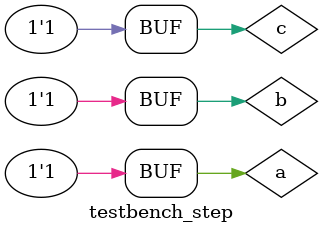
<source format=v>
`timescale 1ns/1ps  
module testbench_step();

reg a,b,c;
wire s,carry;

full_adder adder_test(a,b,c,carry,s);

initial 
		begin
			
			#25;
			a=1;
			b=1;
			c=1;
			
			#25 //second cycle
			a=0;
			b=0;
			c=1;
			
			
			#25;

			a=0;
			b=1;
			c=0;
			
			
			#25;//thrid cycle
			a=0;
			b=1;
			c=1;
			
			#25
			a=1;
			b=0;
			c=1;
			
			#25//fourth cycle
			a=1;
			b=1;
			c=1;
			

	end
endmodule

</source>
